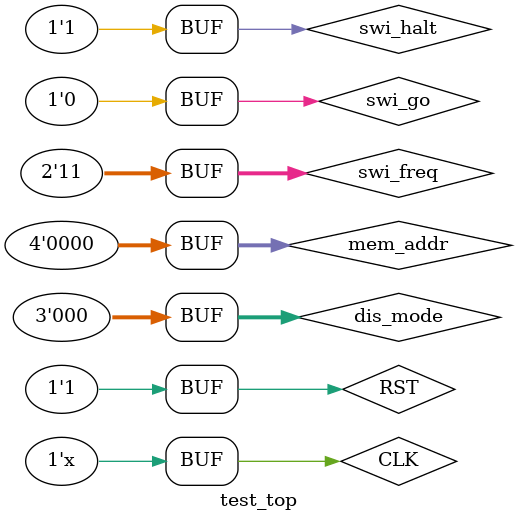
<source format=v>
`timescale 1ns / 1ps
module test_top( );
    reg RST;
    reg CLK;
    reg [3:0] mem_addr;
    reg [2:0] dis_mode;
    reg swi_halt,swi_go;
    reg [1:0]swi_freq;
    wire [7:0] seg;
    wire [7:0] an;
    TopLayer test_toplayer(
    	.RST(RST),.CLK(CLK),.mem_addr(mem_addr),
    	.dis_mode(dis_mode),.swi_halt(swi_halt),
    	.swi_go(swi_go),.swi_freq(swi_freq),
    	.seg(seg),.an(an)
    	);
    always begin
    	#5 CLK <= ~CLK;
    end
    initial begin
    	swi_freq = 3;
    	RST = 1;
    	CLK = 0;
    	mem_addr = 0;
    	dis_mode = 0;
    	swi_halt = 1;
    	swi_go = 0;
    	#15 RST = 0;
    	#60 RST = 1;
    end
endmodule

</source>
